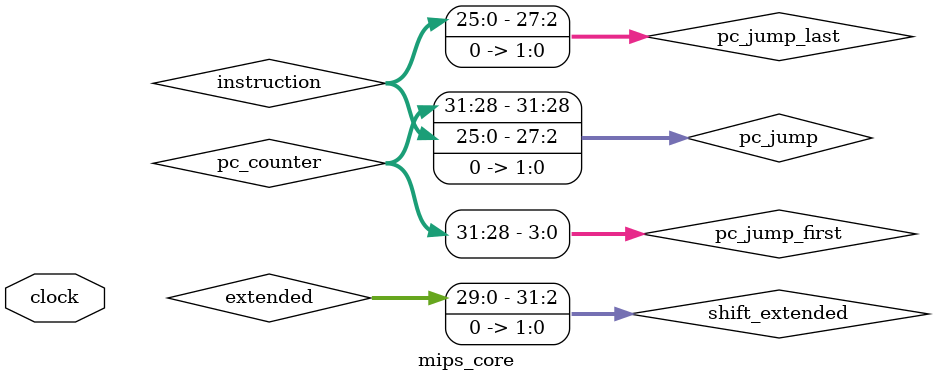
<source format=v>

module mips_core(clock);
	
	input clock;

	// program counter register
	reg [31:0] pc;
	// for new value of pc
	wire [31:0] NextPC;
	// instruction wire
	wire [31:0] instruction;
	// signals
	wire RegWrite, ALUSrc, RegDst, MemtoReg,MemRead, MemWrite, Branch, BranchNotEq, Jump, Unsigned;
	// Aluop signal
	wire [3:0] ALUop;
	// for extend instruction[15:0]
	wire [31:0] extended;
	// Write Register 5 bits (mux)
	wire [4:0] writeRegister;
	// read_data_1 => ALU input 1
	// read_data_2 => mux
	wire [31:0] read_data_1, read_data_2;
	// write register data from result or mem 
	wire [31:0] write_data;
	// ALUCtr signal for ALU (product of ALU control)
	wire [2:0] aluCtr;
	// for ALU input 2 (extended or read_data_2)
	wire [31:0] aluWire2;
	// ALU result wire
	wire [31:0] result;
	// ALU outputs
	wire c32, Z, V;
	// read_data from memory
	wire [31:0] read_data;
	// select signal to select (branch or pc + 4)
	wire select;
	wire selectB; // select branch equal
	wire selectBN;	// select branch not equal
	// for shifted extended
	wire [31:0] shift_extended;
	
	
	// initial value is 0 for pc
	initial pc = 0;
	
	mips_instr_mem mips_instr_mem1(instruction, pc);
	Control_Unit control_unit(instruction[31:26], RegWrite, ALUSrc, RegDst, MemtoReg, MemRead, MemWrite, Branch, BranchNotEq, ALUop, Jump, Unsigned);
	Sign_Extender extender(extended, instruction[15:0], Unsigned);
	mux_2_for_5_bits _2_1_for5bits(writeRegister, instruction[20:16], instruction[15:11], regDst);
	mips_registers registers(read_data_1, read_data_2, write_data, instruction[25:21], instruction[20:16], writeRegister, RegWrite, clock);
	ALU_Control alu_control(aluCtr,instruction[5:0], ALUop);
	mux_2_for_32_bits _2_1_for32bits_1(aluWire2, read_data_2, extended, ALUSrc);
	_32_Bits_ALU alu(result, c32, Z, V, read_data_1, aluWire2, aluCtr, instruction[10:6]);
	mips_data_mem mem(read_data, result, read_data_2, memRead, memWrite);
	mux_2_for_32_bits _2_1_for32bits_2(write_data, result, read_data, memtoReg);
	
	and(selectB, Z, Branch);
	and(selectBN, ~Z, BranchNotEq);
	or(select, selectB, selectBN);
	assign shift_extended = extended << 2;
	// pc_counter = pc +4
	wire [31:0]pc_counter = pc + 4;
	// for branch (add_shift_extended = pc_counter + shift_extended)
	wire [31:0]add_shift_extended = pc_counter + shift_extended;
	wire [31:0] branc_or_pc;
	mux_2_for_32_bits _2_1_for32bits_3(branc_or_pc, pc_counter, add_shift_extended, select);
	
	//for jump instruction
	wire [27:0] pc_jump_last = instruction[25:0] << 2;
	wire [3:0] pc_jump_first = pc_counter[31:28];
	wire [31:0] pc_jump = {{pc_jump_first},{pc_jump_last}};
	// select jump or normal value
	mux_2_for_32_bits _2_1_for32bits_4(NextPC, branc_or_pc, pc_jump, Jump);
	
	always@(negedge clock) begin
		$display("Time:%2d, clk:%1b,\nSignals == >regWrite:%1b, ALUSrc:%1b, RegDst:%1b, MemtoReg:%1b, MemRead:%1b, MemWrite:%1b, Branch:%1b, ALUop:%4b, Jump:%1b Unsigned:%1b\nPC:%32b,\nNextPC:%32b\ninstruction:%32b\nALUinput1:%32b, ALUinput2:%32b\n ===> result:%32b\nALUCtr:%3b, c32:%1b, Z:%1b, V:%1b\n",
					$time,clock,RegWrite, ALUSrc, RegDst, MemtoReg, MemRead, MemWrite, Branch, ALUop, Jump, Unsigned, pc,NextPC, instruction, read_data_1, aluWire2, result, aluCtr,c32, Z, V);
		pc <= NextPC;
	end

endmodule
</source>
